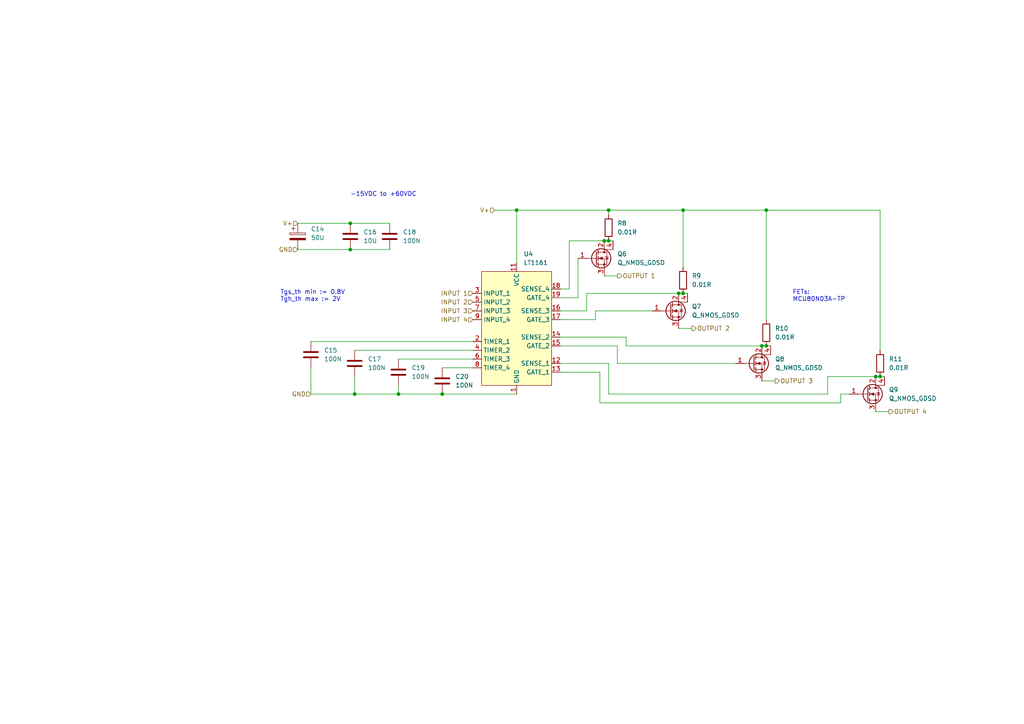
<source format=kicad_sch>
(kicad_sch (version 20211123) (generator eeschema)
  (paper "A4")
  (lib_symbols
    (symbol "Device:C" (pin_numbers hide) (pin_names (offset 0.254))
      (property "Reference" "C" (at 0.635 2.54 0))
      (property "Value" "C" (at 0.635 -2.54 0))
      (symbol "C_0_1"
        (polyline (pts (xy -2.032 -0.762) (xy 2.032 -0.762)) (stroke (width 0.508)))
        (polyline (pts (xy -2.032 0.762) (xy 2.032 0.762)) (stroke (width 0.508)))
      )
      (symbol "C_1_1"
        (pin passive line (at 0 3.81 270) (length 2.794) (name "~") (number "1"))
        (pin passive line (at 0 -3.81 90) (length 2.794) (name "~") (number "2"))
      )
    )
    (symbol "Device:C_Polarized" (pin_numbers hide) (pin_names (offset 0.254))
      (property "Reference" "C" (at 0.635 2.54 0))
      (property "Value" "C_Polarized" (at 0.635 -2.54 0))
      (symbol "C_Polarized_0_1"
        (rectangle (start -2.286 0.508) (end 2.286 1.016))
        (polyline (pts (xy -1.778 2.286) (xy -0.762 2.286)))
        (polyline (pts (xy -1.27 2.794) (xy -1.27 1.778)))
        (rectangle (start 2.286 -0.508) (end -2.286 -1.016) (fill (type outline)))
      )
      (symbol "C_Polarized_1_1"
        (pin passive line (at 0 3.81 270) (length 2.794) (name "~") (number "1"))
        (pin passive line (at 0 -3.81 90) (length 2.794) (name "~") (number "2"))
      )
    )
    (symbol "Device:Q_NMOS_GDSD" (pin_names (offset 0) hide)
      (property "Reference" "Q" (at 5.08 1.27 0))
      (property "Value" "Q_NMOS_GDSD" (at 5.08 -1.27 0))
      (symbol "Q_NMOS_GDSD_0_1"
        (polyline (pts (xy 0.254 0) (xy -2.54 0)))
        (polyline (pts (xy 0.254 1.905) (xy 0.254 -1.905)) (stroke (width 0.254)))
        (polyline (pts (xy 0.762 -1.27) (xy 0.762 -2.286)) (stroke (width 0.254)))
        (polyline (pts (xy 0.762 0.508) (xy 0.762 -0.508)) (stroke (width 0.254)))
        (polyline (pts (xy 0.762 2.286) (xy 0.762 1.27)) (stroke (width 0.254)))
        (polyline (pts (xy 2.54 -2.54) (xy 2.54 0) (xy 0.762 0)))
        (polyline (pts (xy 5.08 2.54) (xy 2.54 2.54) (xy 2.54 1.778)))
        (polyline (pts (xy 0.762 -1.778) (xy 3.302 -1.778) (xy 3.302 1.778) (xy 0.762 1.778)))
        (polyline (pts (xy 1.016 0) (xy 2.032 0.381) (xy 2.032 -0.381) (xy 1.016 0)) (fill (type outline)))
        (polyline (pts (xy 2.794 0.508) (xy 2.921 0.381) (xy 3.683 0.381) (xy 3.81 0.254)))
        (polyline (pts (xy 3.302 0.381) (xy 2.921 -0.254) (xy 3.683 -0.254) (xy 3.302 0.381)))
        (circle (center 1.651 0) (radius 2.794) (stroke (width 0.254)))
        (circle (center 2.54 -1.778) (radius 0.254) (fill (type outline)))
        (circle (center 2.54 1.778) (radius 0.254) (fill (type outline)))
      )
      (symbol "Q_NMOS_GDSD_1_1"
        (pin input line (at -5.08 0 0) (length 2.54) (name "G") (number "1"))
        (pin passive line (at 2.54 5.08 270) (length 2.54) (name "D") (number "2"))
        (pin passive line (at 2.54 -5.08 90) (length 2.54) (name "S") (number "3"))
        (pin passive line (at 5.08 5.08 270) (length 2.54) (name "D") (number "4"))
      )
    )
    (symbol "Device:R" (pin_numbers hide) (pin_names (offset 0))
      (property "Reference" "R" (at 2.032 0 90))
      (property "Value" "R" (at 0 0 90))
      (symbol "R_0_1"
        (rectangle (start -1.016 -2.54) (end 1.016 2.54) (stroke (width 0.254)))
      )
      (symbol "R_1_1"
        (pin passive line (at 0 3.81 270) (length 1.27) (name "~") (number "1"))
        (pin passive line (at 0 -3.81 90) (length 1.27) (name "~") (number "2"))
      )
    )
    (symbol "william_mosfet_drivers:LT1161"
      (property "Reference" "U" (at 6.35 17.78 0))
      (property "Value" "LT1161" (at 6.35 -17.78 0))
      (symbol "LT1161_0_1"
        (rectangle (start -10.16 16.51) (end 10.16 -16.51) (fill (type background)))
      )
      (symbol "LT1161_1_1"
        (pin power_in line (at 0 -19.05 90) (length 2.54) (name "GND") (number "1"))
        (pin passive line (at 0 -19.05 90) (length 2.54) hide (name "GND") (number "10"))
        (pin power_in line (at 0 19.05 270) (length 2.54) (name "VCC") (number "11"))
        (pin input line (at 12.7 -10.16 180) (length 2.54) (name "SENSE_1") (number "12"))
        (pin output line (at 12.7 -12.7 180) (length 2.54) (name "GATE_1") (number "13"))
        (pin input line (at 12.7 -2.54 180) (length 2.54) (name "SENSE_2") (number "14"))
        (pin output line (at 12.7 -5.08 180) (length 2.54) (name "GATE_2") (number "15"))
        (pin input line (at 12.7 5.08 180) (length 2.54) (name "SENSE_3") (number "16"))
        (pin output line (at 12.7 2.54 180) (length 2.54) (name "GATE_3") (number "17"))
        (pin input line (at 12.7 11.43 180) (length 2.54) (name "SENSE_4") (number "18"))
        (pin output line (at 12.7 8.89 180) (length 2.54) (name "GATE_4") (number "19"))
        (pin input line (at -12.7 -3.81 0) (length 2.54) (name "TIMER_1") (number "2"))
        (pin passive line (at 0 19.05 270) (length 2.54) hide (name "VCC") (number "20"))
        (pin input line (at -12.7 10.16 0) (length 2.54) (name "INPUT_1") (number "3"))
        (pin input line (at -12.7 -6.35 0) (length 2.54) (name "TIMER_2") (number "4"))
        (pin input line (at -12.7 7.62 0) (length 2.54) (name "INPUT_2") (number "5"))
        (pin input line (at -12.7 -8.89 0) (length 2.54) (name "TIMER_3") (number "6"))
        (pin input line (at -12.7 5.08 0) (length 2.54) (name "INPUT_3") (number "7"))
        (pin input line (at -12.7 -11.43 0) (length 2.54) (name "TIMER_4") (number "8"))
        (pin input line (at -12.7 2.54 0) (length 2.54) (name "INPUT_4") (number "9"))
      )
    )
  )
  (junction (at 102.87 114.3))
  (junction (at 198.12 85.09))
  (junction (at 115.57 114.3))
  (junction (at 175.26 69.85))
  (junction (at 101.6 64.77))
  (junction (at 222.25 60.96))
  (junction (at 254 109.22))
  (junction (at 176.53 69.85))
  (junction (at 196.85 85.09))
  (junction (at 176.53 60.96))
  (junction (at 220.98 100.33))
  (junction (at 101.6 72.39))
  (junction (at 128.27 114.3))
  (junction (at 255.27 109.22))
  (junction (at 222.25 100.33))
  (junction (at 149.86 60.96))
  (junction (at 198.12 60.96))
  (wire (pts (xy 179.07 105.41) (xy 213.36 105.41)))
  (wire (pts (xy 173.99 116.84) (xy 243.84 116.84)))
  (wire (pts (xy 222.25 100.33) (xy 223.52 100.33)))
  (wire (pts (xy 240.03 114.3) (xy 176.53 114.3)))
  (wire (pts (xy 220.98 110.49) (xy 224.79 110.49)))
  (wire (pts (xy 149.86 60.96) (xy 176.53 60.96)))
  (wire (pts (xy 101.6 64.77) (xy 113.03 64.77)))
  (wire (pts (xy 162.56 100.33) (xy 179.07 100.33)))
  (wire (pts (xy 86.36 64.77) (xy 101.6 64.77)))
  (wire (pts (xy 176.53 105.41) (xy 162.56 105.41)))
  (wire (pts (xy 175.26 69.85) (xy 176.53 69.85)))
  (wire (pts (xy 86.36 72.39) (xy 101.6 72.39)))
  (wire (pts (xy 176.53 114.3) (xy 176.53 105.41)))
  (wire (pts (xy 255.27 60.96) (xy 255.27 101.6)))
  (wire (pts (xy 176.53 60.96) (xy 176.53 62.23)))
  (wire (pts (xy 254 109.22) (xy 255.27 109.22)))
  (wire (pts (xy 181.61 100.33) (xy 181.61 97.79)))
  (wire (pts (xy 90.17 114.3) (xy 102.87 114.3)))
  (wire (pts (xy 181.61 100.33) (xy 220.98 100.33)))
  (wire (pts (xy 170.18 85.09) (xy 170.18 90.17)))
  (wire (pts (xy 162.56 107.95) (xy 173.99 107.95)))
  (wire (pts (xy 175.26 80.01) (xy 179.07 80.01)))
  (wire (pts (xy 115.57 114.3) (xy 128.27 114.3)))
  (wire (pts (xy 115.57 104.14) (xy 137.16 104.14)))
  (wire (pts (xy 240.03 109.22) (xy 240.03 114.3)))
  (wire (pts (xy 162.56 83.82) (xy 165.1 83.82)))
  (wire (pts (xy 179.07 100.33) (xy 179.07 105.41)))
  (wire (pts (xy 115.57 111.76) (xy 115.57 114.3)))
  (wire (pts (xy 162.56 86.36) (xy 167.64 86.36)))
  (wire (pts (xy 128.27 106.68) (xy 137.16 106.68)))
  (wire (pts (xy 102.87 101.6) (xy 137.16 101.6)))
  (wire (pts (xy 196.85 95.25) (xy 200.66 95.25)))
  (wire (pts (xy 128.27 114.3) (xy 149.86 114.3)))
  (wire (pts (xy 167.64 86.36) (xy 167.64 74.93)))
  (wire (pts (xy 173.99 107.95) (xy 173.99 116.84)))
  (wire (pts (xy 222.25 92.71) (xy 222.25 60.96)))
  (wire (pts (xy 176.53 60.96) (xy 198.12 60.96)))
  (wire (pts (xy 220.98 100.33) (xy 222.25 100.33)))
  (wire (pts (xy 149.86 60.96) (xy 149.86 76.2)))
  (wire (pts (xy 240.03 109.22) (xy 254 109.22)))
  (wire (pts (xy 90.17 99.06) (xy 137.16 99.06)))
  (wire (pts (xy 165.1 69.85) (xy 175.26 69.85)))
  (wire (pts (xy 255.27 109.22) (xy 256.54 109.22)))
  (wire (pts (xy 198.12 60.96) (xy 222.25 60.96)))
  (wire (pts (xy 222.25 60.96) (xy 255.27 60.96)))
  (wire (pts (xy 243.84 114.3) (xy 246.38 114.3)))
  (wire (pts (xy 102.87 114.3) (xy 115.57 114.3)))
  (wire (pts (xy 196.85 85.09) (xy 198.12 85.09)))
  (wire (pts (xy 102.87 109.22) (xy 102.87 114.3)))
  (wire (pts (xy 143.51 60.96) (xy 149.86 60.96)))
  (wire (pts (xy 176.53 69.85) (xy 177.8 69.85)))
  (wire (pts (xy 90.17 106.68) (xy 90.17 114.3)))
  (wire (pts (xy 181.61 97.79) (xy 162.56 97.79)))
  (wire (pts (xy 172.72 90.17) (xy 189.23 90.17)))
  (wire (pts (xy 101.6 72.39) (xy 113.03 72.39)))
  (wire (pts (xy 165.1 83.82) (xy 165.1 69.85)))
  (wire (pts (xy 170.18 85.09) (xy 196.85 85.09)))
  (wire (pts (xy 198.12 60.96) (xy 198.12 77.47)))
  (wire (pts (xy 170.18 90.17) (xy 162.56 90.17)))
  (wire (pts (xy 198.12 85.09) (xy 199.39 85.09)))
  (wire (pts (xy 162.56 92.71) (xy 172.72 92.71)))
  (wire (pts (xy 254 119.38) (xy 257.81 119.38)))
  (wire (pts (xy 172.72 92.71) (xy 172.72 90.17)))
  (wire (pts (xy 243.84 116.84) (xy 243.84 114.3)))
  (text "FETs:	\nMCU80N03A-TP" (at 229.87 87.63 0) (effects (font (size 1.27 1.27)) (justify left bottom)))
  (text "Tgs_th min := 0.8V\nTgh_th max := 2V" (at 81.28 87.63 0) (effects (font (size 1.27 1.27)) (justify left bottom)))
  (text "-15VDC to +60VDC" (at 101.6 57.15 0) (effects (font (size 1.27 1.27)) (justify left bottom)))
  (hierarchical_label "GND" (shape input) (at 86.36 72.39 180))
  (hierarchical_label "INPUT 3" (shape input) (at 137.16 90.17 180))
  (hierarchical_label "INPUT 1" (shape input) (at 137.16 85.09 180))
  (hierarchical_label "V+" (shape input) (at 143.51 60.96 180))
  (hierarchical_label "INPUT 2" (shape input) (at 137.16 87.63 180))
  (hierarchical_label "OUTPUT 1" (shape output) (at 179.07 80.01 0))
  (hierarchical_label "OUTPUT 2" (shape output) (at 200.66 95.25 0))
  (hierarchical_label "INPUT 4" (shape input) (at 137.16 92.71 180))
  (hierarchical_label "GND" (shape input) (at 90.17 114.3 180))
  (hierarchical_label "OUTPUT 3" (shape output) (at 224.79 110.49 0))
  (hierarchical_label "OUTPUT 4" (shape output) (at 257.81 119.38 0))
  (hierarchical_label "V+" (shape input) (at 86.36 64.77 180))
  (symbol (lib_id "Device:C") (at 101.6 68.58 0) (unit 1)
    (property "Reference" "C16" (at 105.41 67.3099 0) (effects (justify left)))
    (property "Value" "10U" (at 105.41 69.8499 0) (effects (justify left)))
    (property "Footprint" "Capacitor_SMD:C_0805_2012Metric" (effects hide))
  )
  (symbol (lib_id "Device:C") (at 115.57 107.95 0) (unit 1)
    (property "Reference" "C19" (at 119.38 106.6799 0) (effects (justify left)))
    (property "Value" "100N" (at 119.38 109.2199 0) (effects (justify left)))
    (property "Footprint" "Capacitor_SMD:C_0603_1608Metric" (effects hide))
  )
  (symbol (lib_id "william_mosfet_drivers:LT1161") (at 149.86 95.25 0) (unit 1)
    (property "Reference" "U4" (at 151.8794 73.66 0) (effects (justify left)))
    (property "Value" "LT1161" (at 151.8794 76.2 0) (effects (justify left)))
    (property "Footprint" "Package_SO:SOIC-20W_7.5x12.8mm_P1.27mm" (effects hide))
    (property "Datasheet" "https://www.analog.com/media/en/technical-documentation/data-sheets/1161fa.pdf" (effects hide))
  )
  (symbol (lib_id "Device:C") (at 90.17 102.87 0) (unit 1)
    (property "Reference" "C15" (at 93.98 101.5999 0) (effects (justify left)))
    (property "Value" "100N" (at 93.98 104.1399 0) (effects (justify left)))
    (property "Footprint" "Capacitor_SMD:C_0603_1608Metric" (effects hide))
  )
  (symbol (lib_id "Device:R") (at 255.27 105.41 0) (unit 1)
    (property "Reference" "R11" (at 257.81 104.1399 0) (effects (justify left)))
    (property "Value" "0.01R" (at 257.81 106.6799 0) (effects (justify left)))
    (property "Footprint" "william_resistors:HCSM2818FT10L0" (effects hide))
  )
  (symbol (lib_id "Device:C_Polarized") (at 86.36 68.58 0) (unit 1)
    (property "Reference" "C14" (at 90.17 66.4209 0) (effects (justify left)))
    (property "Value" "50U" (at 90.17 68.9609 0) (effects (justify left)))
    (property "Footprint" "Capacitor_SMD:C_Elec_10x10.2" (effects hide))
  )
  (symbol (lib_id "Device:C") (at 128.27 110.49 0) (unit 1)
    (property "Reference" "C20" (at 132.08 109.2199 0) (effects (justify left)))
    (property "Value" "100N" (at 132.08 111.7599 0) (effects (justify left)))
    (property "Footprint" "Capacitor_SMD:C_0603_1608Metric" (effects hide))
  )
  (symbol (lib_id "Device:Q_NMOS_GDSD") (at 172.72 74.93 0) (unit 1)
    (property "Reference" "Q6" (at 179.07 73.6599 0) (effects (justify left)))
    (property "Value" "Q_NMOS_GDSD" (at 179.07 76.1999 0) (effects (justify left)))
    (property "Footprint" "Package_TO_SOT_SMD:TO-252-3_TabPin4" (effects hide))
  )
  (symbol (lib_id "Device:Q_NMOS_GDSD") (at 194.31 90.17 0) (unit 1)
    (property "Reference" "Q7" (at 200.66 88.8999 0) (effects (justify left)))
    (property "Value" "Q_NMOS_GDSD" (at 200.66 91.4399 0) (effects (justify left)))
    (property "Footprint" "Package_TO_SOT_SMD:TO-252-3_TabPin4" (effects hide))
  )
  (symbol (lib_id "Device:R") (at 198.12 81.28 0) (unit 1)
    (property "Reference" "R9" (at 200.66 80.0099 0) (effects (justify left)))
    (property "Value" "0.01R" (at 200.66 82.5499 0) (effects (justify left)))
    (property "Footprint" "william_resistors:HCSM2818FT10L0" (effects hide))
  )
  (symbol (lib_id "Device:C") (at 102.87 105.41 0) (unit 1)
    (property "Reference" "C17" (at 106.68 104.1399 0) (effects (justify left)))
    (property "Value" "100N" (at 106.68 106.6799 0) (effects (justify left)))
    (property "Footprint" "Capacitor_SMD:C_0603_1608Metric" (effects hide))
  )
  (symbol (lib_id "Device:Q_NMOS_GDSD") (at 251.46 114.3 0) (unit 1)
    (property "Reference" "Q9" (at 257.81 113.0299 0) (effects (justify left)))
    (property "Value" "Q_NMOS_GDSD" (at 257.81 115.5699 0) (effects (justify left)))
    (property "Footprint" "Package_TO_SOT_SMD:TO-252-3_TabPin4" (effects hide))
  )
  (symbol (lib_id "Device:Q_NMOS_GDSD") (at 218.44 105.41 0) (unit 1)
    (property "Reference" "Q8" (at 224.79 104.1399 0) (effects (justify left)))
    (property "Value" "Q_NMOS_GDSD" (at 224.79 106.6799 0) (effects (justify left)))
    (property "Footprint" "Package_TO_SOT_SMD:TO-252-3_TabPin4" (effects hide))
  )
  (symbol (lib_id "Device:C") (at 113.03 68.58 0) (unit 1)
    (property "Reference" "C18" (at 116.84 67.3099 0) (effects (justify left)))
    (property "Value" "100N" (at 116.84 69.8499 0) (effects (justify left)))
    (property "Footprint" "Capacitor_SMD:C_0603_1608Metric" (effects hide))
  )
  (symbol (lib_id "Device:R") (at 222.25 96.52 0) (unit 1)
    (property "Reference" "R10" (at 224.79 95.2499 0) (effects (justify left)))
    (property "Value" "0.01R" (at 224.79 97.7899 0) (effects (justify left)))
    (property "Footprint" "william_resistors:HCSM2818FT10L0" (effects hide))
  )
  (symbol (lib_id "Device:R") (at 176.53 66.04 0) (unit 1)
    (property "Reference" "R8" (at 179.07 64.7699 0) (effects (justify left)))
    (property "Value" "0.01R" (at 179.07 67.3099 0) (effects (justify left)))
    (property "Footprint" "william_resistors:HCSM2818FT10L0" (effects hide))
  )
)
</source>
